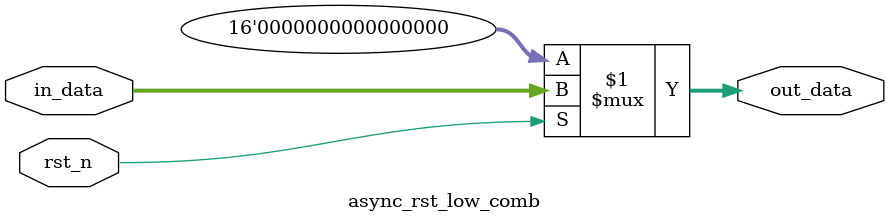
<source format=sv>
module async_rst_low_comb #(parameter WIDTH=16)(
    input wire rst_n,
    input wire [WIDTH-1:0] in_data,
    output wire [WIDTH-1:0] out_data
);
assign out_data = rst_n ? in_data : {WIDTH{1'b0}};
endmodule

</source>
